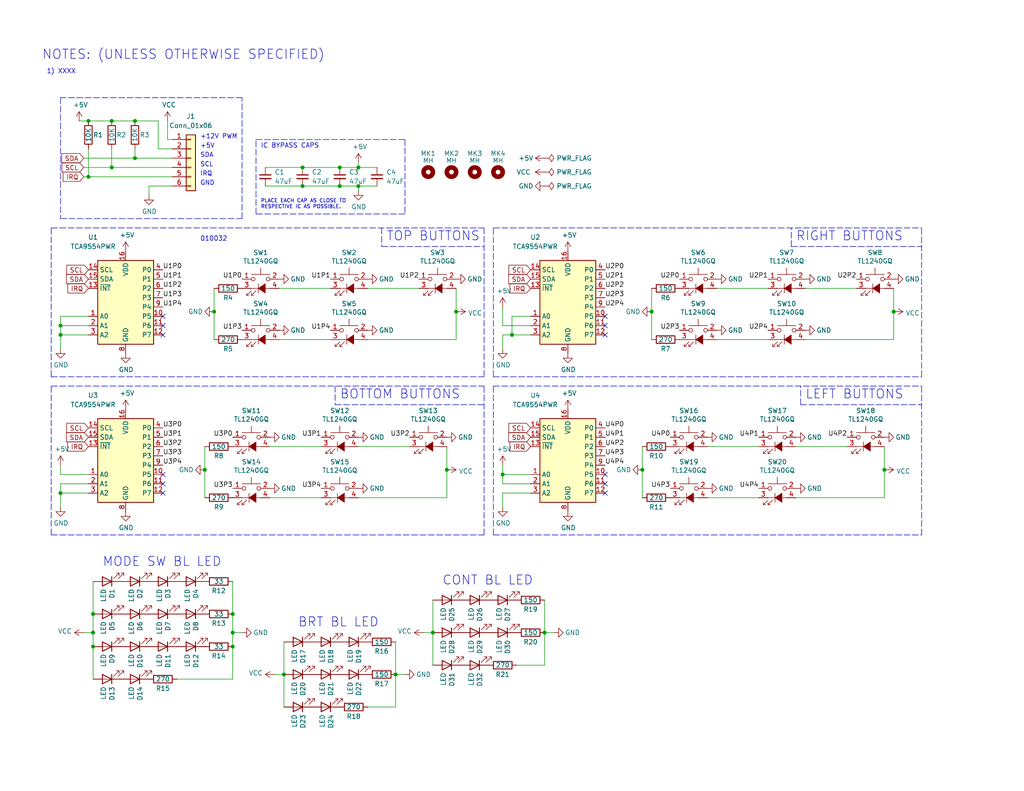
<source format=kicad_sch>
(kicad_sch (version 20211123) (generator eeschema)
  (paper "A")
  (title_block (title "DDI Button Board") (date "2020-11-13") (rev "1") (company "OPENHORNET.COM") (comment 1 "CC BY-NC-SA"))
  (junction (at 77.47 184.15))
  (junction (at 24.13 48.26))
  (junction (at 36.83 33.02))
  (junction (at 148.59 172.72))
  (junction (at 16.51 88.9))
  (junction (at 241.3 128.27))
  (junction (at 58.42 85.09))
  (junction (at 16.51 134.62))
  (junction (at 121.92 128.27))
  (junction (at 16.51 91.44))
  (junction (at 25.4 167.64))
  (junction (at 124.46 85.09))
  (junction (at 63.5 176.53))
  (junction (at 55.88 128.27))
  (junction (at 177.8 85.09))
  (junction (at 36.83 43.18))
  (junction (at 92.71 50.8))
  (junction (at 137.16 129.54))
  (junction (at 92.71 45.72))
  (junction (at 30.48 33.02))
  (junction (at 25.4 176.53))
  (junction (at 107.95 184.15))
  (junction (at 175.26 128.27))
  (junction (at 139.7 91.44))
  (junction (at 243.84 85.09))
  (junction (at 118.11 172.72))
  (junction (at 82.55 50.8))
  (junction (at 82.55 45.72))
  (junction (at 30.48 45.72))
  (junction (at 25.4 172.72))
  (junction (at 63.5 172.72))
  (junction (at 63.5 167.64))
  (junction (at 24.13 33.02))
  (junction (at 97.79 45.72))
  (junction (at 97.79 50.8))
  (no_connect (at 44.45 88.9))
  (no_connect (at 165.1 132.08))
  (no_connect (at 44.45 129.54))
  (no_connect (at 165.1 88.9))
  (no_connect (at 44.45 86.36))
  (no_connect (at 165.1 129.54))
  (no_connect (at 44.45 134.62))
  (no_connect (at 44.45 132.08))
  (no_connect (at 165.1 86.36))
  (no_connect (at 44.45 91.44))
  (no_connect (at 165.1 134.62))
  (no_connect (at 165.1 91.44))
  (wire (pts (xy 243.84 85.09) (xy 243.84 92.71)))
  (wire (pts (xy 24.13 132.08) (xy 16.51 132.08)))
  (wire (pts (xy 124.46 85.09) (xy 124.46 92.71)))
  (wire (pts (xy 16.51 88.9) (xy 16.51 91.44)))
  (wire (pts (xy 63.5 158.75) (xy 63.5 167.64)))
  (wire (pts (xy 243.84 92.71) (xy 219.71 92.71)))
  (wire (pts (xy 92.71 45.72) (xy 97.79 45.72)))
  (wire (pts (xy 46.99 38.1) (xy 45.72 38.1)))
  (wire (pts (xy 77.47 184.15) (xy 77.47 193.04)))
  (wire (pts (xy 241.3 121.92) (xy 241.3 128.27)))
  (polyline (pts (xy 134.62 105.41) (xy 251.46 105.41)))
  (wire (pts (xy 16.51 134.62) (xy 16.51 138.43)))
  (wire (pts (xy 118.11 163.83) (xy 118.11 172.72)))
  (polyline (pts (xy 13.97 105.41) (xy 132.08 105.41)))
  (polyline (pts (xy 251.46 146.05) (xy 251.46 105.41)))
  (wire (pts (xy 219.71 78.74) (xy 233.68 78.74)))
  (polyline (pts (xy 69.85 58.42) (xy 69.85 38.1)))
  (wire (pts (xy 66.04 172.72) (xy 63.5 172.72)))
  (wire (pts (xy 217.17 121.92) (xy 231.14 121.92)))
  (wire (pts (xy 124.46 92.71) (xy 100.33 92.71)))
  (polyline (pts (xy 66.04 26.67) (xy 16.51 26.67)))
  (polyline (pts (xy 110.49 58.42) (xy 69.85 58.42)))
  (wire (pts (xy 82.55 50.8) (xy 92.71 50.8)))
  (polyline (pts (xy 91.44 110.49) (xy 132.08 110.49)))
  (polyline (pts (xy 69.85 38.1) (xy 110.49 38.1)))
  (wire (pts (xy 144.78 134.62) (xy 137.16 134.62)))
  (wire (pts (xy 24.13 91.44) (xy 16.51 91.44)))
  (polyline (pts (xy 13.97 102.87) (xy 132.08 102.87)))
  (wire (pts (xy 16.51 132.08) (xy 16.51 134.62)))
  (wire (pts (xy 40.64 50.8) (xy 46.99 50.8)))
  (polyline (pts (xy 218.44 110.49) (xy 218.44 105.41)))
  (wire (pts (xy 118.11 172.72) (xy 115.57 172.72)))
  (polyline (pts (xy 16.51 59.69) (xy 66.04 59.69)))
  (wire (pts (xy 243.84 78.74) (xy 243.84 85.09)))
  (wire (pts (xy 25.4 185.42) (xy 25.4 176.53)))
  (wire (pts (xy 25.4 172.72) (xy 22.86 172.72)))
  (wire (pts (xy 24.13 134.62) (xy 16.51 134.62)))
  (wire (pts (xy 121.92 128.27) (xy 121.92 135.89)))
  (polyline (pts (xy 215.9 67.31) (xy 251.46 67.31)))
  (wire (pts (xy 30.48 40.64) (xy 30.48 45.72)))
  (wire (pts (xy 21.59 33.02) (xy 24.13 33.02)))
  (wire (pts (xy 241.3 128.27) (xy 241.3 135.89)))
  (wire (pts (xy 144.78 91.44) (xy 139.7 91.44)))
  (wire (pts (xy 137.16 91.44) (xy 137.16 95.25)))
  (polyline (pts (xy 134.62 102.87) (xy 251.46 102.87)))
  (wire (pts (xy 45.72 33.02) (xy 45.72 38.1)))
  (wire (pts (xy 97.79 121.92) (xy 111.76 121.92)))
  (wire (pts (xy 241.3 135.89) (xy 217.17 135.89)))
  (wire (pts (xy 36.83 33.02) (xy 43.18 33.02)))
  (polyline (pts (xy 104.14 67.31) (xy 132.08 67.31)))
  (polyline (pts (xy 134.62 146.05) (xy 251.46 146.05)))
  (wire (pts (xy 139.7 86.36) (xy 139.7 91.44)))
  (wire (pts (xy 55.88 121.92) (xy 55.88 128.27)))
  (wire (pts (xy 114.3 78.74) (xy 100.33 78.74)))
  (wire (pts (xy 148.59 172.72) (xy 148.59 181.61)))
  (wire (pts (xy 36.83 43.18) (xy 22.86 43.18)))
  (wire (pts (xy 30.48 45.72) (xy 46.99 45.72)))
  (wire (pts (xy 63.5 167.64) (xy 63.5 172.72)))
  (wire (pts (xy 36.83 43.18) (xy 46.99 43.18)))
  (wire (pts (xy 77.47 175.26) (xy 77.47 184.15)))
  (wire (pts (xy 43.18 33.02) (xy 43.18 40.64)))
  (wire (pts (xy 63.5 176.53) (xy 63.5 185.42)))
  (polyline (pts (xy 218.44 110.49) (xy 251.46 110.49)))
  (wire (pts (xy 72.39 50.8) (xy 82.55 50.8)))
  (wire (pts (xy 121.92 121.92) (xy 121.92 128.27)))
  (wire (pts (xy 121.92 135.89) (xy 97.79 135.89)))
  (polyline (pts (xy 110.49 38.1) (xy 110.49 58.42)))
  (polyline (pts (xy 66.04 59.69) (xy 66.04 26.67)))
  (wire (pts (xy 107.95 193.04) (xy 100.33 193.04)))
  (wire (pts (xy 25.4 176.53) (xy 25.4 172.72)))
  (wire (pts (xy 175.26 121.92) (xy 175.26 128.27)))
  (wire (pts (xy 177.8 85.09) (xy 177.8 92.71)))
  (wire (pts (xy 30.48 45.72) (xy 22.86 45.72)))
  (wire (pts (xy 137.16 88.9) (xy 137.16 83.82)))
  (wire (pts (xy 148.59 163.83) (xy 148.59 172.72)))
  (polyline (pts (xy 104.14 62.23) (xy 104.14 67.31)))
  (wire (pts (xy 24.13 48.26) (xy 46.99 48.26)))
  (wire (pts (xy 209.55 92.71) (xy 195.58 92.71)))
  (polyline (pts (xy 132.08 146.05) (xy 132.08 105.41)))
  (polyline (pts (xy 13.97 102.87) (xy 13.97 62.23)))
  (wire (pts (xy 97.79 52.07) (xy 97.79 50.8)))
  (wire (pts (xy 25.4 172.72) (xy 25.4 167.64)))
  (wire (pts (xy 58.42 85.09) (xy 58.42 92.71)))
  (wire (pts (xy 139.7 91.44) (xy 137.16 91.44)))
  (wire (pts (xy 24.13 40.64) (xy 24.13 48.26)))
  (wire (pts (xy 110.49 184.15) (xy 107.95 184.15)))
  (wire (pts (xy 177.8 78.74) (xy 177.8 85.09)))
  (wire (pts (xy 36.83 43.18) (xy 36.83 40.64)))
  (polyline (pts (xy 91.44 105.41) (xy 91.44 110.49)))
  (wire (pts (xy 137.16 132.08) (xy 137.16 129.54)))
  (wire (pts (xy 55.88 128.27) (xy 55.88 135.89)))
  (polyline (pts (xy 132.08 62.23) (xy 132.08 102.87)))
  (wire (pts (xy 40.64 50.8) (xy 40.64 53.34)))
  (wire (pts (xy 16.51 91.44) (xy 16.51 95.25)))
  (wire (pts (xy 124.46 78.74) (xy 124.46 85.09)))
  (polyline (pts (xy 16.51 26.67) (xy 16.51 59.69)))
  (wire (pts (xy 48.26 185.42) (xy 63.5 185.42)))
  (wire (pts (xy 24.13 48.26) (xy 22.86 48.26)))
  (wire (pts (xy 24.13 86.36) (xy 16.51 86.36)))
  (wire (pts (xy 16.51 129.54) (xy 16.51 127)))
  (wire (pts (xy 46.99 40.64) (xy 43.18 40.64)))
  (wire (pts (xy 72.39 45.72) (xy 82.55 45.72)))
  (polyline (pts (xy 251.46 102.87) (xy 251.46 62.23)))
  (polyline (pts (xy 215.9 67.31) (xy 215.9 62.23)))
  (wire (pts (xy 193.04 121.92) (xy 207.01 121.92)))
  (wire (pts (xy 144.78 132.08) (xy 137.16 132.08)))
  (wire (pts (xy 107.95 184.15) (xy 107.95 193.04)))
  (wire (pts (xy 76.2 92.71) (xy 90.17 92.71)))
  (wire (pts (xy 90.17 78.74) (xy 76.2 78.74)))
  (polyline (pts (xy 134.62 102.87) (xy 134.62 62.23)))
  (wire (pts (xy 87.63 135.89) (xy 73.66 135.89)))
  (wire (pts (xy 16.51 86.36) (xy 16.51 88.9)))
  (wire (pts (xy 24.13 33.02) (xy 30.48 33.02)))
  (wire (pts (xy 77.47 184.15) (xy 74.93 184.15)))
  (wire (pts (xy 118.11 172.72) (xy 118.11 181.61)))
  (wire (pts (xy 148.59 181.61) (xy 140.97 181.61)))
  (wire (pts (xy 195.58 78.74) (xy 209.55 78.74)))
  (wire (pts (xy 107.95 175.26) (xy 107.95 184.15)))
  (wire (pts (xy 137.16 134.62) (xy 137.16 138.43)))
  (wire (pts (xy 92.71 50.8) (xy 97.79 50.8)))
  (wire (pts (xy 97.79 44.45) (xy 97.79 45.72)))
  (polyline (pts (xy 13.97 146.05) (xy 13.97 105.41)))
  (wire (pts (xy 137.16 129.54) (xy 137.16 127)))
  (wire (pts (xy 30.48 33.02) (xy 36.83 33.02)))
  (polyline (pts (xy 134.62 146.05) (xy 134.62 105.41)))
  (wire (pts (xy 58.42 78.74) (xy 58.42 85.09)))
  (polyline (pts (xy 134.62 62.23) (xy 251.46 62.23)))
  (wire (pts (xy 82.55 45.72) (xy 92.71 45.72)))
  (wire (pts (xy 144.78 88.9) (xy 137.16 88.9)))
  (wire (pts (xy 144.78 129.54) (xy 137.16 129.54)))
  (wire (pts (xy 175.26 128.27) (xy 175.26 135.89)))
  (wire (pts (xy 25.4 167.64) (xy 25.4 158.75)))
  (wire (pts (xy 144.78 86.36) (xy 139.7 86.36)))
  (wire (pts (xy 207.01 135.89) (xy 193.04 135.89)))
  (wire (pts (xy 63.5 172.72) (xy 63.5 176.53)))
  (wire (pts (xy 151.13 172.72) (xy 148.59 172.72)))
  (polyline (pts (xy 13.97 146.05) (xy 132.08 146.05)))
  (wire (pts (xy 24.13 88.9) (xy 16.51 88.9)))
  (wire (pts (xy 97.79 45.72) (xy 102.87 45.72)))
  (wire (pts (xy 73.66 121.92) (xy 87.63 121.92)))
  (wire (pts (xy 97.79 50.8) (xy 102.87 50.8)))
  (polyline (pts (xy 13.97 62.23) (xy 132.08 62.23)))
  (wire (pts (xy 24.13 129.54) (xy 16.51 129.54)))
  (text "RIGHT BUTTONS" (at 217.17 66.04 0) (effects (font (size 2.4892 2.4892)) (justify left bottom)))
  (text "+5V" (at 54.61 40.64 0) (effects (font (size 1.2446 1.2446)) (justify left bottom)))
  (text "010032" (at 54.61 66.04 0) (effects (font (size 1.27 1.27)) (justify left bottom)))
  (text "SCL" (at 54.61 45.72 0) (effects (font (size 1.2446 1.2446)) (justify left bottom)))
  (text "+12V PWM" (at 54.61 38.1 0) (effects (font (size 1.2446 1.2446)) (justify left bottom)))
  (text "1) XXXX" (at 12.7 20.32 0) (effects (font (size 1.27 1.27)) (justify left bottom)))
  (text "NOTES: (UNLESS OTHERWISE SPECIFIED)" (at 11.43 16.51 0) (effects (font (size 2.54 2.54)) (justify left bottom)))
  (text "BRT BL LED" (at 81.28 171.45 0) (effects (font (size 2.4892 2.4892)) (justify left bottom)))
  (text "TOP BUTTONS" (at 105.41 66.04 0) (effects (font (size 2.4892 2.4892)) (justify left bottom)))
  (text "PLACE EACH CAP AS CLOSE TO \nRESPECTIVE IC AS POSSIBLE." (at 71.12 57.15 0) (effects (font (size 0.9906 0.9906)) (justify left bottom)))
  (text "IC BYPASS CAPS" (at 71.12 40.64 0) (effects (font (size 1.27 1.27)) (justify left bottom)))
  (text "BOTTOM BUTTONS" (at 92.71 109.22 0) (effects (font (size 2.4892 2.4892)) (justify left bottom)))
  (text "SDA" (at 54.61 43.18 0) (effects (font (size 1.2446 1.2446)) (justify left bottom)))
  (text "IRQ" (at 54.61 48.26 0) (effects (font (size 1.2446 1.2446)) (justify left bottom)))
  (text "LEFT BUTTONS" (at 219.71 109.22 0) (effects (font (size 2.4892 2.4892)) (justify left bottom)))
  (text "CONT BL LED" (at 120.65 160.02 0) (effects (font (size 2.4892 2.4892)) (justify left bottom)))
  (text "MODE SW BL LED" (at 27.94 154.94 0) (effects (font (size 2.4892 2.4892)) (justify left bottom)))
  (text "GND" (at 54.61 50.8 0) (effects (font (size 1.2446 1.2446)) (justify left bottom)))
  (label "U4P4" (at 165.1 127 0))
  (label "U4P4" (at 207.01 133.35 180))
  (label "U3P0" (at 63.5 119.38 180))
  (label "U4P1" (at 165.1 119.38 0))
  (label "U4P3" (at 182.88 133.35 180))
  (label "U3P2" (at 111.76 119.38 180))
  (label "U4P1" (at 207.01 119.38 180))
  (label "U1P4" (at 44.45 83.82 0))
  (label "U2P1" (at 165.1 76.2 0))
  (label "U3P3" (at 63.5 133.35 180))
  (label "U3P0" (at 44.45 116.84 0))
  (label "U1P4" (at 90.17 90.17 180))
  (label "U2P3" (at 185.42 90.17 180))
  (label "U1P2" (at 114.3 76.2 180))
  (label "U2P0" (at 165.1 73.66 0))
  (label "U1P0" (at 44.45 73.66 0))
  (label "U3P4" (at 87.63 133.35 180))
  (label "U4P2" (at 231.14 119.38 180))
  (label "U4P2" (at 165.1 121.92 0))
  (label "U3P2" (at 44.45 121.92 0))
  (label "U3P3" (at 44.45 124.46 0))
  (label "U3P4" (at 44.45 127 0))
  (label "U4P3" (at 165.1 124.46 0))
  (label "U2P3" (at 165.1 81.28 0))
  (label "U4P0" (at 165.1 116.84 0))
  (label "U3P1" (at 44.45 119.38 0))
  (label "U2P4" (at 209.55 90.17 180))
  (label "U2P2" (at 233.68 76.2 180))
  (label "U1P1" (at 90.17 76.2 180))
  (label "U2P0" (at 185.42 76.2 180))
  (label "U1P3" (at 44.45 81.28 0))
  (label "U1P0" (at 66.04 76.2 180))
  (label "U4P0" (at 182.88 119.38 180))
  (label "U2P1" (at 209.55 76.2 180))
  (label "U2P4" (at 165.1 83.82 0))
  (label "U1P1" (at 44.45 76.2 0))
  (label "U2P2" (at 165.1 78.74 0))
  (label "U3P1" (at 87.63 119.38 180))
  (label "U1P3" (at 66.04 90.17 180))
  (label "U1P2" (at 44.45 78.74 0))
  (global_label "IRQ" (shape input) (at 144.78 78.74 180) (property "Intersheet References" "${INTERSHEET_REFS}" (effects hide)))
  (global_label "SCL" (shape input) (at 24.13 116.84 180) (property "Intersheet References" "${INTERSHEET_REFS}" (effects hide)))
  (global_label "IRQ" (shape input) (at 24.13 121.92 180) (property "Intersheet References" "${INTERSHEET_REFS}" (effects hide)))
  (global_label "SDA" (shape input) (at 22.86 43.18 180) (property "Intersheet References" "${INTERSHEET_REFS}" (effects hide)))
  (global_label "IRQ" (shape input) (at 24.13 78.74 180) (property "Intersheet References" "${INTERSHEET_REFS}" (effects hide)))
  (global_label "SCL" (shape input) (at 24.13 73.66 180) (property "Intersheet References" "${INTERSHEET_REFS}" (effects hide)))
  (global_label "SCL" (shape input) (at 144.78 116.84 180) (property "Intersheet References" "${INTERSHEET_REFS}" (effects hide)))
  (global_label "IRQ" (shape input) (at 22.86 48.26 180) (property "Intersheet References" "${INTERSHEET_REFS}" (effects hide)))
  (global_label "SCL" (shape input) (at 144.78 73.66 180) (property "Intersheet References" "${INTERSHEET_REFS}" (effects hide)))
  (global_label "SDA" (shape input) (at 24.13 119.38 180) (property "Intersheet References" "${INTERSHEET_REFS}" (effects hide)))
  (global_label "SDA" (shape input) (at 144.78 76.2 180) (property "Intersheet References" "${INTERSHEET_REFS}" (effects hide)))
  (global_label "SCL" (shape input) (at 22.86 45.72 180) (property "Intersheet References" "${INTERSHEET_REFS}" (effects hide)))
  (global_label "IRQ" (shape input) (at 144.78 121.92 180) (property "Intersheet References" "${INTERSHEET_REFS}" (effects hide)))
  (global_label "SDA" (shape input) (at 144.78 119.38 180) (property "Intersheet References" "${INTERSHEET_REFS}" (effects hide)))
  (global_label "SDA" (shape input) (at 24.13 76.2 180) (property "Intersheet References" "${INTERSHEET_REFS}" (effects hide)))
  (symbol (lib_id "Mechanical:MountingHole") (at 116.84 46.99 0) (unit 1)
    (property "Reference" "MK1" (at 116.84 41.91 0))
    (property "Value" "MH" (at 116.84 43.815 0))
    (property "Footprint" "MountingHole:MountingHole_4.3mm_M4" (effects hide))
  )
  (symbol (lib_id "Mechanical:MountingHole") (at 123.19 46.99 0) (unit 1)
    (property "Reference" "MK2" (at 123.19 41.91 0))
    (property "Value" "MH" (at 123.19 43.815 0))
    (property "Footprint" "MountingHole:MountingHole_4.3mm_M4" (effects hide))
  )
  (symbol (lib_id "Mechanical:MountingHole") (at 129.54 46.99 0) (unit 1)
    (property "Reference" "MK3" (at 129.54 41.91 0))
    (property "Value" "MH" (at 129.54 43.815 0))
    (property "Footprint" "MountingHole:MountingHole_4.3mm_M4" (effects hide))
  )
  (symbol (lib_id "Mechanical:MountingHole") (at 135.89 46.99 0) (unit 1)
    (property "Reference" "MK4" (at 135.89 41.91 0))
    (property "Value" "MH" (at 135.89 43.815 0))
    (property "Footprint" "MountingHole:MountingHole_4.3mm_M4" (effects hide))
  )
  (symbol (lib_id "Interface_Expansion:TCA9554PW") (at 34.29 81.28 0) (unit 1)
    (property "Reference" "U1" (at 25.4 64.77 0))
    (property "Value" "TCA9554PWR" (at 25.4 67.31 0))
    (property "Footprint" "Package_SO:TSSOP-16_4.4x5mm_P0.65mm" (effects hide))
    (property "Datasheet" "https://datasheet.lcsc.com/szlcsc/2001050532_Texas-Instruments-TCA9554PWR_C477924.pdf" (effects hide))
    (property "LCSC" "C477924" (effects hide))
  )
  (symbol (lib_id "power:GND") (at 34.29 96.52 0) (unit 1)
    (property "Reference" "#PWR015" (effects hide))
    (property "Value" "GND" (at 34.417 100.9142 0))
  )
  (symbol (lib_id "power:+5V") (at 34.29 68.58 0) (unit 1)
    (property "Reference" "#PWR06" (effects hide))
    (property "Value" "+5V" (at 34.671 64.1858 0))
  )
  (symbol (lib_id "power:GND") (at 16.51 95.25 0) (unit 1)
    (property "Reference" "#PWR014" (effects hide))
    (property "Value" "GND" (at 16.637 99.6442 0))
  )
  (symbol (lib_id "power:GND") (at 154.94 96.52 0) (unit 1)
    (property "Reference" "#PWR026" (effects hide))
    (property "Value" "GND" (at 155.067 100.9142 0))
  )
  (symbol (lib_id "power:+5V") (at 154.94 68.58 0) (unit 1)
    (property "Reference" "#PWR016" (effects hide))
    (property "Value" "+5V" (at 155.321 64.1858 0))
  )
  (symbol (lib_id "power:+5V") (at 137.16 83.82 0) (unit 1)
    (property "Reference" "#PWR020" (effects hide))
    (property "Value" "+5V" (at 137.541 79.4258 0))
  )
  (symbol (lib_id "power:GND") (at 137.16 95.25 0) (unit 1)
    (property "Reference" "#PWR025" (effects hide))
    (property "Value" "GND" (at 137.287 99.6442 0))
  )
  (symbol (lib_id "power:GND") (at 34.29 139.7 0) (unit 1)
    (property "Reference" "#PWR037" (effects hide))
    (property "Value" "GND" (at 34.417 144.0942 0))
  )
  (symbol (lib_id "power:+5V") (at 34.29 111.76 0) (unit 1)
    (property "Reference" "#PWR027" (effects hide))
    (property "Value" "+5V" (at 34.671 107.3658 0))
  )
  (symbol (lib_id "power:+5V") (at 16.51 127 0) (unit 1)
    (property "Reference" "#PWR031" (effects hide))
    (property "Value" "+5V" (at 16.891 122.6058 0))
  )
  (symbol (lib_id "power:GND") (at 16.51 138.43 0) (unit 1)
    (property "Reference" "#PWR036" (effects hide))
    (property "Value" "GND" (at 16.637 142.8242 0))
  )
  (symbol (lib_id "power:GND") (at 154.94 139.7 0) (unit 1)
    (property "Reference" "#PWR048" (effects hide))
    (property "Value" "GND" (at 155.067 144.0942 0))
  )
  (symbol (lib_id "power:+5V") (at 154.94 111.76 0) (unit 1)
    (property "Reference" "#PWR038" (effects hide))
    (property "Value" "+5V" (at 155.321 107.3658 0))
  )
  (symbol (lib_id "power:+5V") (at 137.16 127 0) (unit 1)
    (property "Reference" "#PWR042" (effects hide))
    (property "Value" "+5V" (at 137.541 122.6058 0))
  )
  (symbol (lib_id "power:GND") (at 137.16 138.43 0) (unit 1)
    (property "Reference" "#PWR047" (effects hide))
    (property "Value" "GND" (at 137.287 142.8242 0))
  )
  (symbol (lib_id "Device:C_Small") (at 72.39 48.26 0) (unit 1)
    (property "Reference" "C1" (at 74.93 46.99 0) (effects (justify left)))
    (property "Value" "47uF" (at 74.93 49.53 0) (effects (justify left)))
    (property "Footprint" "Capacitor_SMD:C_1206_3216Metric" (effects hide))
    (property "Datasheet" "https://datasheet.lcsc.com/szlcsc/Samsung-Electro-Mechanics-CL31A476MPHNNNE_C96123.pdf" (effects hide))
    (property "PN" "CL31A476MPHNNNE" (effects hide))
    (property "LCSC" "C96123" (effects hide))
  )
  (symbol (lib_id "Interface_Expansion:TCA9554PW") (at 154.94 81.28 0) (unit 1)
    (property "Reference" "U2" (at 146.05 64.77 0))
    (property "Value" "TCA9554PWR" (at 146.05 67.31 0))
    (property "Footprint" "Package_SO:TSSOP-16_4.4x5mm_P0.65mm" (effects hide))
    (property "Datasheet" "https://datasheet.lcsc.com/szlcsc/2001050532_Texas-Instruments-TCA9554PWR_C477924.pdf" (effects hide))
    (property "LCSC" "C477924" (effects hide))
  )
  (symbol (lib_id "Interface_Expansion:TCA9554PW") (at 154.94 124.46 0) (unit 1)
    (property "Reference" "U4" (at 146.05 107.95 0))
    (property "Value" "TCA9554PWR" (at 146.05 110.49 0))
    (property "Footprint" "Package_SO:TSSOP-16_4.4x5mm_P0.65mm" (effects hide))
    (property "Datasheet" "https://datasheet.lcsc.com/szlcsc/2001050532_Texas-Instruments-TCA9554PWR_C477924.pdf" (effects hide))
    (property "LCSC" "C477924" (effects hide))
  )
  (symbol (lib_id "Interface_Expansion:TCA9554PW") (at 34.29 124.46 0) (unit 1)
    (property "Reference" "U3" (at 25.4 107.95 0))
    (property "Value" "TCA9554PWR" (at 25.4 110.49 0))
    (property "Footprint" "Package_SO:TSSOP-16_4.4x5mm_P0.65mm" (effects hide))
    (property "Datasheet" "https://datasheet.lcsc.com/szlcsc/2001050532_Texas-Instruments-TCA9554PWR_C477924.pdf" (effects hide))
    (property "LCSC" "C477924" (effects hide))
  )
  (symbol (lib_id "power:GND") (at 97.79 52.07 0) (unit 1)
    (property "Reference" "#PWR04" (effects hide))
    (property "Value" "GND" (at 97.917 56.4642 0))
  )
  (symbol (lib_id "power:+5V") (at 97.79 44.45 0) (unit 1)
    (property "Reference" "#PWR03" (effects hide))
    (property "Value" "+5V" (at 98.171 40.0558 0))
  )
  (symbol (lib_id "Switch:SW_Push_LED") (at 71.12 78.74 0) (unit 1)
    (property "Reference" "SW1" (at 71.12 68.961 0))
    (property "Value" "TL1240GQ" (at 71.12 71.2724 0))
    (property "Footprint" "KiCAD Libraries:TL1240GQ" (effects hide))
    (property "Datasheet" "http://spec_sheets.e-switch.com/specs/P010362.pdf" (effects hide))
    (property "PN" "TL1240GQ" (effects hide))
    (property "ALT PN" "LS601-CG" (effects hide))
    (property "ALT Datasheet" "https://www.alibaba.com/product-detail/6mm-momentary-dip-6x6-illuminated-tact_60755685240.html?spm=a2700.wholesale.deiletai6.3.3615ec45cdCdkr" (effects hide))
  )
  (symbol (lib_id "Switch:SW_Push_LED") (at 95.25 78.74 0) (unit 1)
    (property "Reference" "SW2" (at 95.25 68.961 0))
    (property "Value" "TL1240GQ" (at 95.25 71.2724 0))
    (property "Footprint" "KiCAD Libraries:TL1240GQ" (effects hide))
    (property "Datasheet" "http://spec_sheets.e-switch.com/specs/P010362.pdf" (effects hide))
    (property "PN" "TL1240GQ" (effects hide))
    (property "ALT PN" "LS601-CG" (effects hide))
    (property "ALT Datasheet" "https://www.alibaba.com/product-detail/6mm-momentary-dip-6x6-illuminated-tact_60755685240.html?spm=a2700.wholesale.deiletai6.3.3615ec45cdCdkr" (effects hide))
  )
  (symbol (lib_id "Switch:SW_Push_LED") (at 119.38 78.74 0) (unit 1)
    (property "Reference" "SW3" (at 119.38 68.961 0))
    (property "Value" "TL1240GQ" (at 119.38 71.2724 0))
    (property "Footprint" "KiCAD Libraries:TL1240GQ" (effects hide))
    (property "Datasheet" "http://spec_sheets.e-switch.com/specs/P010362.pdf" (effects hide))
    (property "PN" "TL1240GQ" (effects hide))
    (property "ALT PN" "LS601-CG" (effects hide))
    (property "ALT Datasheet" "https://www.alibaba.com/product-detail/6mm-momentary-dip-6x6-illuminated-tact_60755685240.html?spm=a2700.wholesale.deiletai6.3.3615ec45cdCdkr" (effects hide))
  )
  (symbol (lib_id "Switch:SW_Push_LED") (at 71.12 92.71 0) (unit 1)
    (property "Reference" "SW4" (at 71.12 82.931 0))
    (property "Value" "TL1240GQ" (at 71.12 85.2424 0))
    (property "Footprint" "KiCAD Libraries:TL1240GQ" (effects hide))
    (property "Datasheet" "http://spec_sheets.e-switch.com/specs/P010362.pdf" (effects hide))
    (property "PN" "TL1240GQ" (effects hide))
    (property "ALT PN" "LS601-CG" (effects hide))
    (property "ALT Datasheet" "https://www.alibaba.com/product-detail/6mm-momentary-dip-6x6-illuminated-tact_60755685240.html?spm=a2700.wholesale.deiletai6.3.3615ec45cdCdkr" (effects hide))
  )
  (symbol (lib_id "power:GND") (at 76.2 76.2 90) (unit 1)
    (property "Reference" "#PWR07" (effects hide))
    (property "Value" "GND" (at 81.28 76.2 90))
  )
  (symbol (lib_id "power:GND") (at 100.33 76.2 90) (unit 1)
    (property "Reference" "#PWR08" (effects hide))
    (property "Value" "GND" (at 105.41 76.2 90))
  )
  (symbol (lib_id "power:GND") (at 124.46 76.2 90) (unit 1)
    (property "Reference" "#PWR09" (effects hide))
    (property "Value" "GND" (at 129.54 76.2 90))
  )
  (symbol (lib_id "power:GND") (at 76.2 90.17 90) (unit 1)
    (property "Reference" "#PWR012" (effects hide))
    (property "Value" "GND" (at 81.28 90.17 90))
  )
  (symbol (lib_id "Switch:SW_Push_LED") (at 95.25 92.71 0) (unit 1)
    (property "Reference" "SW5" (at 95.25 82.931 0))
    (property "Value" "TL1240GQ" (at 95.25 85.2424 0))
    (property "Footprint" "KiCAD Libraries:TL1240GQ" (effects hide))
    (property "Datasheet" "http://spec_sheets.e-switch.com/specs/P010362.pdf" (effects hide))
    (property "PN" "TL1240GQ" (effects hide))
    (property "ALT PN" "LS601-CG" (effects hide))
    (property "ALT Datasheet" "https://www.alibaba.com/product-detail/6mm-momentary-dip-6x6-illuminated-tact_60755685240.html?spm=a2700.wholesale.deiletai6.3.3615ec45cdCdkr" (effects hide))
  )
  (symbol (lib_id "power:GND") (at 100.33 90.17 90) (unit 1)
    (property "Reference" "#PWR013" (effects hide))
    (property "Value" "GND" (at 105.41 90.17 90))
  )
  (symbol (lib_id "power:VCC") (at 124.46 85.09 270) (unit 1)
    (property "Reference" "#PWR011" (effects hide))
    (property "Value" "VCC" (at 127.7112 85.471 90) (effects (justify left)))
  )
  (symbol (lib_id "Device:R") (at 62.23 78.74 90) (unit 1)
    (property "Reference" "R4" (at 62.23 81.28 90))
    (property "Value" "150" (at 62.23 78.74 90))
    (property "Footprint" "Resistor_SMD:R_0402_1005Metric" (effects hide))
    (property "Datasheet" "https://datasheet.lcsc.com/szlcsc/Uniroyal-Elec-0402WGF1500TCE_C25082.pdf" (effects hide))
    (property "LCSC" "C25082" (effects hide))
  )
  (symbol (lib_id "Device:R") (at 62.23 92.71 90) (unit 1)
    (property "Reference" "R5" (at 62.23 95.25 90))
    (property "Value" "270" (at 62.23 92.71 90))
    (property "Footprint" "Resistor_SMD:R_0402_1005Metric" (effects hide))
    (property "Datasheet" "https://datasheet.lcsc.com/szlcsc/Uniroyal-Elec-0402WGF2700TCE_C25099.pdf" (effects hide))
    (property "LCSC" "C25099" (effects hide))
  )
  (symbol (lib_id "power:GND") (at 177.8 85.09 270) (unit 1)
    (property "Reference" "#PWR021" (effects hide))
    (property "Value" "GND" (at 172.72 85.09 90))
  )
  (symbol (lib_id "Device:R") (at 181.61 78.74 90) (unit 1)
    (property "Reference" "R6" (at 181.61 81.28 90))
    (property "Value" "150" (at 181.61 78.74 90))
    (property "Footprint" "Resistor_SMD:R_0402_1005Metric" (effects hide))
    (property "Datasheet" "https://datasheet.lcsc.com/szlcsc/Uniroyal-Elec-0402WGF1500TCE_C25082.pdf" (effects hide))
    (property "LCSC" "C25082" (effects hide))
  )
  (symbol (lib_id "Device:R") (at 181.61 92.71 90) (unit 1)
    (property "Reference" "R7" (at 181.61 95.25 90))
    (property "Value" "270" (at 181.61 92.71 90))
    (property "Footprint" "Resistor_SMD:R_0402_1005Metric" (effects hide))
    (property "Datasheet" "https://datasheet.lcsc.com/szlcsc/Uniroyal-Elec-0402WGF2700TCE_C25099.pdf" (effects hide))
    (property "LCSC" "C25099" (effects hide))
  )
  (symbol (lib_id "power:VCC") (at 243.84 85.09 270) (unit 1)
    (property "Reference" "#PWR022" (effects hide))
    (property "Value" "VCC" (at 247.0912 85.471 90) (effects (justify left)))
  )
  (symbol (lib_id "power:GND") (at 55.88 128.27 270) (unit 1)
    (property "Reference" "#PWR032" (effects hide))
    (property "Value" "GND" (at 50.8 128.27 90))
  )
  (symbol (lib_id "Device:R") (at 59.69 121.92 90) (unit 1)
    (property "Reference" "R8" (at 59.69 124.46 90))
    (property "Value" "150" (at 59.69 121.92 90))
    (property "Footprint" "Resistor_SMD:R_0402_1005Metric" (effects hide))
    (property "Datasheet" "https://datasheet.lcsc.com/szlcsc/Uniroyal-Elec-0402WGF1500TCE_C25082.pdf" (effects hide))
    (property "LCSC" "C25082" (effects hide))
  )
  (symbol (lib_id "Device:R") (at 59.69 135.89 90) (unit 1)
    (property "Reference" "R9" (at 59.69 138.43 90))
    (property "Value" "270" (at 59.69 135.89 90))
    (property "Footprint" "Resistor_SMD:R_0402_1005Metric" (effects hide))
    (property "Datasheet" "https://datasheet.lcsc.com/szlcsc/Uniroyal-Elec-0402WGF2700TCE_C25099.pdf" (effects hide))
    (property "LCSC" "C25099" (effects hide))
  )
  (symbol (lib_id "power:VCC") (at 121.92 128.27 270) (unit 1)
    (property "Reference" "#PWR033" (effects hide))
    (property "Value" "VCC" (at 125.1712 128.651 90) (effects (justify left)))
  )
  (symbol (lib_id "power:VCC") (at 241.3 128.27 270) (unit 1)
    (property "Reference" "#PWR044" (effects hide))
    (property "Value" "VCC" (at 244.5512 128.651 90) (effects (justify left)))
  )
  (symbol (lib_id "power:GND") (at 175.26 128.27 270) (unit 1)
    (property "Reference" "#PWR043" (effects hide))
    (property "Value" "GND" (at 170.18 128.27 90))
  )
  (symbol (lib_id "Device:R") (at 179.07 121.92 90) (unit 1)
    (property "Reference" "R10" (at 179.07 124.46 90))
    (property "Value" "150" (at 179.07 121.92 90))
    (property "Footprint" "Resistor_SMD:R_0402_1005Metric" (effects hide))
    (property "Datasheet" "https://datasheet.lcsc.com/szlcsc/Uniroyal-Elec-0402WGF1500TCE_C25082.pdf" (effects hide))
    (property "LCSC" "C25082" (effects hide))
  )
  (symbol (lib_id "Device:R") (at 179.07 135.89 90) (unit 1)
    (property "Reference" "R11" (at 179.07 138.43 90))
    (property "Value" "270" (at 179.07 135.89 90))
    (property "Footprint" "Resistor_SMD:R_0402_1005Metric" (effects hide))
    (property "Datasheet" "https://datasheet.lcsc.com/szlcsc/Uniroyal-Elec-0402WGF2700TCE_C25099.pdf" (effects hide))
    (property "LCSC" "C25099" (effects hide))
  )
  (symbol (lib_id "Device:LED") (at 81.28 175.26 180) (unit 1)
    (property "Reference" "D17" (at 82.6262 177.2412 90) (effects (justify left)))
    (property "Value" "LED" (at 80.3148 177.2412 90) (effects (justify left)))
    (property "Footprint" "LED_SMD:LED_0402_1005Metric" (effects hide))
    (property "Datasheet" "https://datasheet.lcsc.com/szlcsc/Foshan-NationStar-Optoelectronics-FC-F1005UGK-520M5_C130723.pdf" (effects hide))
    (property "LCSC" "C130723" (effects hide))
    (property "PN" "FC-F1005UGK-520M5" (effects hide))
  )
  (symbol (lib_id "Device:LED") (at 88.9 175.26 180) (unit 1)
    (property "Reference" "D18" (at 90.2462 177.2412 90) (effects (justify left)))
    (property "Value" "LED" (at 87.9348 177.2412 90) (effects (justify left)))
    (property "Footprint" "LED_SMD:LED_0402_1005Metric" (effects hide))
    (property "Datasheet" "https://datasheet.lcsc.com/szlcsc/Foshan-NationStar-Optoelectronics-FC-F1005UGK-520M5_C130723.pdf" (effects hide))
    (property "LCSC" "C130723" (effects hide))
    (property "PN" "FC-F1005UGK-520M5" (effects hide))
  )
  (symbol (lib_id "Device:LED") (at 96.52 175.26 180) (unit 1)
    (property "Reference" "D19" (at 97.8662 177.2412 90) (effects (justify left)))
    (property "Value" "LED" (at 95.5548 177.2412 90) (effects (justify left)))
    (property "Footprint" "LED_SMD:LED_0402_1005Metric" (effects hide))
    (property "Datasheet" "https://datasheet.lcsc.com/szlcsc/Foshan-NationStar-Optoelectronics-FC-F1005UGK-520M5_C130723.pdf" (effects hide))
    (property "LCSC" "C130723" (effects hide))
    (property "PN" "FC-F1005UGK-520M5" (effects hide))
  )
  (symbol (lib_id "Device:R") (at 104.14 175.26 90) (unit 1)
    (property "Reference" "R16" (at 104.14 177.8 90))
    (property "Value" "150" (at 104.14 175.26 90))
    (property "Footprint" "Resistor_SMD:R_0402_1005Metric" (effects hide))
    (property "Datasheet" "https://datasheet.lcsc.com/szlcsc/Uniroyal-Elec-0402WGF1500TCE_C25082.pdf" (effects hide))
    (property "LCSC" "C25082" (effects hide))
  )
  (symbol (lib_id "Device:LED") (at 81.28 184.15 180) (unit 1)
    (property "Reference" "D20" (at 82.6262 186.1312 90) (effects (justify left)))
    (property "Value" "LED" (at 80.3148 186.1312 90) (effects (justify left)))
    (property "Footprint" "LED_SMD:LED_0402_1005Metric" (effects hide))
    (property "Datasheet" "https://datasheet.lcsc.com/szlcsc/Foshan-NationStar-Optoelectronics-FC-F1005UGK-520M5_C130723.pdf" (effects hide))
    (property "LCSC" "C130723" (effects hide))
    (property "PN" "FC-F1005UGK-520M5" (effects hide))
  )
  (symbol (lib_id "Device:LED") (at 88.9 184.15 180) (unit 1)
    (property "Reference" "D21" (at 90.2462 186.1312 90) (effects (justify left)))
    (property "Value" "LED" (at 87.9348 186.1312 90) (effects (justify left)))
    (property "Footprint" "LED_SMD:LED_0402_1005Metric" (effects hide))
    (property "Datasheet" "https://datasheet.lcsc.com/szlcsc/Foshan-NationStar-Optoelectronics-FC-F1005UGK-520M5_C130723.pdf" (effects hide))
    (property "LCSC" "C130723" (effects hide))
    (property "PN" "FC-F1005UGK-520M5" (effects hide))
  )
  (symbol (lib_id "Device:LED") (at 96.52 184.15 180) (unit 1)
    (property "Reference" "D22" (at 97.8662 186.1312 90) (effects (justify left)))
    (property "Value" "LED" (at 95.5548 186.1312 90) (effects (justify left)))
    (property "Footprint" "LED_SMD:LED_0402_1005Metric" (effects hide))
    (property "Datasheet" "https://datasheet.lcsc.com/szlcsc/Foshan-NationStar-Optoelectronics-FC-F1005UGK-520M5_C130723.pdf" (effects hide))
    (property "LCSC" "C130723" (effects hide))
    (property "PN" "FC-F1005UGK-520M5" (effects hide))
  )
  (symbol (lib_id "Device:R") (at 104.14 184.15 90) (unit 1)
    (property "Reference" "R17" (at 104.14 186.69 90))
    (property "Value" "150" (at 104.14 184.15 90))
    (property "Footprint" "Resistor_SMD:R_0402_1005Metric" (effects hide))
    (property "Datasheet" "https://datasheet.lcsc.com/szlcsc/Uniroyal-Elec-0402WGF1500TCE_C25082.pdf" (effects hide))
    (property "LCSC" "C25082" (effects hide))
  )
  (symbol (lib_id "Device:LED") (at 81.28 193.04 180) (unit 1)
    (property "Reference" "D23" (at 82.6262 195.0212 90) (effects (justify left)))
    (property "Value" "LED" (at 80.3148 195.0212 90) (effects (justify left)))
    (property "Footprint" "LED_SMD:LED_0402_1005Metric" (effects hide))
    (property "Datasheet" "https://datasheet.lcsc.com/szlcsc/Foshan-NationStar-Optoelectronics-FC-F1005UGK-520M5_C130723.pdf" (effects hide))
    (property "LCSC" "C130723" (effects hide))
    (property "PN" "FC-F1005UGK-520M5" (effects hide))
  )
  (symbol (lib_id "Device:LED") (at 88.9 193.04 180) (unit 1)
    (property "Reference" "D24" (at 90.2462 195.0212 90) (effects (justify left)))
    (property "Value" "LED" (at 87.9348 195.0212 90) (effects (justify left)))
    (property "Footprint" "LED_SMD:LED_0402_1005Metric" (effects hide))
    (property "Datasheet" "https://datasheet.lcsc.com/szlcsc/Foshan-NationStar-Optoelectronics-FC-F1005UGK-520M5_C130723.pdf" (effects hide))
    (property "LCSC" "C130723" (effects hide))
    (property "PN" "FC-F1005UGK-520M5" (effects hide))
  )
  (symbol (lib_id "Device:R") (at 96.52 193.04 90) (unit 1)
    (property "Reference" "R18" (at 96.52 195.58 90))
    (property "Value" "270" (at 96.52 193.04 90))
    (property "Footprint" "Resistor_SMD:R_0402_1005Metric" (effects hide))
    (property "Datasheet" "https://datasheet.lcsc.com/szlcsc/Uniroyal-Elec-0402WGF2700TCE_C25099.pdf" (effects hide))
    (property "LCSC" "C25099" (effects hide))
  )
  (symbol (lib_id "power:GND") (at 110.49 184.15 90) (unit 1)
    (property "Reference" "#PWR052" (effects hide))
    (property "Value" "GND" (at 115.57 184.15 90))
  )
  (symbol (lib_id "power:VCC") (at 74.93 184.15 90) (unit 1)
    (property "Reference" "#PWR051" (effects hide))
    (property "Value" "VCC" (at 71.7042 183.769 90) (effects (justify left)))
  )
  (symbol (lib_id "Device:LED") (at 121.92 163.83 180) (unit 1)
    (property "Reference" "D25" (at 123.2662 165.8112 90) (effects (justify left)))
    (property "Value" "LED" (at 120.9548 165.8112 90) (effects (justify left)))
    (property "Footprint" "LED_SMD:LED_0402_1005Metric" (effects hide))
    (property "Datasheet" "https://datasheet.lcsc.com/szlcsc/Foshan-NationStar-Optoelectronics-FC-F1005UGK-520M5_C130723.pdf" (effects hide))
    (property "LCSC" "C130723" (effects hide))
    (property "PN" "FC-F1005UGK-520M5" (effects hide))
  )
  (symbol (lib_id "Device:LED") (at 129.54 163.83 180) (unit 1)
    (property "Reference" "D26" (at 130.8862 165.8112 90) (effects (justify left)))
    (property "Value" "LED" (at 128.5748 165.8112 90) (effects (justify left)))
    (property "Footprint" "LED_SMD:LED_0402_1005Metric" (effects hide))
    (property "Datasheet" "https://datasheet.lcsc.com/szlcsc/Foshan-NationStar-Optoelectronics-FC-F1005UGK-520M5_C130723.pdf" (effects hide))
    (property "LCSC" "C130723" (effects hide))
    (property "PN" "FC-F1005UGK-520M5" (effects hide))
  )
  (symbol (lib_id "Device:LED") (at 137.16 163.83 180) (unit 1)
    (property "Reference" "D27" (at 138.5062 165.8112 90) (effects (justify left)))
    (property "Value" "LED" (at 136.1948 165.8112 90) (effects (justify left)))
    (property "Footprint" "LED_SMD:LED_0402_1005Metric" (effects hide))
    (property "Datasheet" "https://datasheet.lcsc.com/szlcsc/Foshan-NationStar-Optoelectronics-FC-F1005UGK-520M5_C130723.pdf" (effects hide))
    (property "LCSC" "C130723" (effects hide))
    (property "PN" "FC-F1005UGK-520M5" (effects hide))
  )
  (symbol (lib_id "Device:R") (at 144.78 163.83 90) (unit 1)
    (property "Reference" "R19" (at 144.78 166.37 90))
    (property "Value" "150" (at 144.78 163.83 90))
    (property "Footprint" "Resistor_SMD:R_0402_1005Metric" (effects hide))
    (property "Datasheet" "https://datasheet.lcsc.com/szlcsc/Uniroyal-Elec-0402WGF1500TCE_C25082.pdf" (effects hide))
    (property "LCSC" "C25082" (effects hide))
  )
  (symbol (lib_id "Device:LED") (at 121.92 172.72 180) (unit 1)
    (property "Reference" "D28" (at 123.2662 174.7012 90) (effects (justify left)))
    (property "Value" "LED" (at 120.9548 174.7012 90) (effects (justify left)))
    (property "Footprint" "LED_SMD:LED_0402_1005Metric" (effects hide))
    (property "Datasheet" "https://datasheet.lcsc.com/szlcsc/Foshan-NationStar-Optoelectronics-FC-F1005UGK-520M5_C130723.pdf" (effects hide))
    (property "LCSC" "C130723" (effects hide))
    (property "PN" "FC-F1005UGK-520M5" (effects hide))
  )
  (symbol (lib_id "Device:LED") (at 129.54 172.72 180) (unit 1)
    (property "Reference" "D29" (at 130.8862 174.7012 90) (effects (justify left)))
    (property "Value" "LED" (at 128.5748 174.7012 90) (effects (justify left)))
    (property "Footprint" "LED_SMD:LED_0402_1005Metric" (effects hide))
    (property "Datasheet" "https://datasheet.lcsc.com/szlcsc/Foshan-NationStar-Optoelectronics-FC-F1005UGK-520M5_C130723.pdf" (effects hide))
    (property "LCSC" "C130723" (effects hide))
    (property "PN" "FC-F1005UGK-520M5" (effects hide))
  )
  (symbol (lib_id "Device:LED") (at 137.16 172.72 180) (unit 1)
    (property "Reference" "D30" (at 138.5062 174.7012 90) (effects (justify left)))
    (property "Value" "LED" (at 136.1948 174.7012 90) (effects (justify left)))
    (property "Footprint" "LED_SMD:LED_0402_1005Metric" (effects hide))
    (property "Datasheet" "https://datasheet.lcsc.com/szlcsc/Foshan-NationStar-Optoelectronics-FC-F1005UGK-520M5_C130723.pdf" (effects hide))
    (property "LCSC" "C130723" (effects hide))
    (property "PN" "FC-F1005UGK-520M5" (effects hide))
  )
  (symbol (lib_id "Device:R") (at 144.78 172.72 90) (unit 1)
    (property "Reference" "R20" (at 144.78 175.26 90))
    (property "Value" "150" (at 144.78 172.72 90))
    (property "Footprint" "Resistor_SMD:R_0402_1005Metric" (effects hide))
    (property "Datasheet" "https://datasheet.lcsc.com/szlcsc/Uniroyal-Elec-0402WGF1500TCE_C25082.pdf" (effects hide))
    (property "LCSC" "C25082" (effects hide))
  )
  (symbol (lib_id "Device:LED") (at 121.92 181.61 180) (unit 1)
    (property "Reference" "D31" (at 123.2662 183.5912 90) (effects (justify left)))
    (property "Value" "LED" (at 120.9548 183.5912 90) (effects (justify left)))
    (property "Footprint" "LED_SMD:LED_0402_1005Metric" (effects hide))
    (property "Datasheet" "https://datasheet.lcsc.com/szlcsc/Foshan-NationStar-Optoelectronics-FC-F1005UGK-520M5_C130723.pdf" (effects hide))
    (property "LCSC" "C130723" (effects hide))
    (property "PN" "FC-F1005UGK-520M5" (effects hide))
  )
  (symbol (lib_id "Device:LED") (at 129.54 181.61 180) (unit 1)
    (property "Reference" "D32" (at 130.8862 183.5912 90) (effects (justify left)))
    (property "Value" "LED" (at 128.5748 183.5912 90) (effects (justify left)))
    (property "Footprint" "LED_SMD:LED_0402_1005Metric" (effects hide))
    (property "Datasheet" "https://datasheet.lcsc.com/szlcsc/Foshan-NationStar-Optoelectronics-FC-F1005UGK-520M5_C130723.pdf" (effects hide))
    (property "LCSC" "C130723" (effects hide))
    (property "PN" "FC-F1005UGK-520M5" (effects hide))
  )
  (symbol (lib_id "Device:R") (at 137.16 181.61 90) (unit 1)
    (property "Reference" "R21" (at 137.16 184.15 90))
    (property "Value" "270" (at 137.16 181.61 90))
    (property "Footprint" "Resistor_SMD:R_0402_1005Metric" (effects hide))
    (property "Datasheet" "https://datasheet.lcsc.com/szlcsc/Uniroyal-Elec-0402WGF2700TCE_C25099.pdf" (effects hide))
    (property "LCSC" "C25099" (effects hide))
  )
  (symbol (lib_id "power:GND") (at 151.13 172.72 90) (unit 1)
    (property "Reference" "#PWR054" (effects hide))
    (property "Value" "GND" (at 156.21 172.72 90))
  )
  (symbol (lib_id "power:VCC") (at 115.57 172.72 90) (unit 1)
    (property "Reference" "#PWR053" (effects hide))
    (property "Value" "VCC" (at 112.3442 172.339 90) (effects (justify left)))
  )
  (symbol (lib_id "Device:LED") (at 29.21 158.75 180) (unit 1)
    (property "Reference" "D1" (at 30.5562 160.7312 90) (effects (justify left)))
    (property "Value" "LED" (at 28.2448 160.7312 90) (effects (justify left)))
    (property "Footprint" "LED_SMD:LED_0402_1005Metric" (effects hide))
    (property "Datasheet" "https://datasheet.lcsc.com/szlcsc/Foshan-NationStar-Optoelectronics-FC-F1005UGK-520M5_C130723.pdf" (effects hide))
    (property "LCSC" "C130723" (effects hide))
    (property "PN" "FC-F1005UGK-520M5" (effects hide))
  )
  (symbol (lib_id "Device:LED") (at 36.83 158.75 180) (unit 1)
    (property "Reference" "D2" (at 38.1762 160.7312 90) (effects (justify left)))
    (property "Value" "LED" (at 35.8648 160.7312 90) (effects (justify left)))
    (property "Footprint" "LED_SMD:LED_0402_1005Metric" (effects hide))
    (property "Datasheet" "https://datasheet.lcsc.com/szlcsc/Foshan-NationStar-Optoelectronics-FC-F1005UGK-520M5_C130723.pdf" (effects hide))
    (property "LCSC" "C130723" (effects hide))
    (property "PN" "FC-F1005UGK-520M5" (effects hide))
  )
  (symbol (lib_id "Device:LED") (at 44.45 158.75 180) (unit 1)
    (property "Reference" "D3" (at 45.7962 160.7312 90) (effects (justify left)))
    (property "Value" "LED" (at 43.4848 160.7312 90) (effects (justify left)))
    (property "Footprint" "LED_SMD:LED_0402_1005Metric" (effects hide))
    (property "Datasheet" "https://datasheet.lcsc.com/szlcsc/Foshan-NationStar-Optoelectronics-FC-F1005UGK-520M5_C130723.pdf" (effects hide))
    (property "LCSC" "C130723" (effects hide))
    (property "PN" "FC-F1005UGK-520M5" (effects hide))
  )
  (symbol (lib_id "Device:LED") (at 52.07 158.75 180) (unit 1)
    (property "Reference" "D4" (at 53.4162 160.7312 90) (effects (justify left)))
    (property "Value" "LED" (at 51.1048 160.7312 90) (effects (justify left)))
    (property "Footprint" "LED_SMD:LED_0402_1005Metric" (effects hide))
    (property "Datasheet" "https://datasheet.lcsc.com/szlcsc/Foshan-NationStar-Optoelectronics-FC-F1005UGK-520M5_C130723.pdf" (effects hide))
    (property "LCSC" "C130723" (effects hide))
    (property "PN" "FC-F1005UGK-520M5" (effects hide))
  )
  (symbol (lib_id "Device:R") (at 59.69 158.75 90) (unit 1)
    (property "Reference" "R12" (at 59.69 161.29 90))
    (property "Value" "33" (at 59.69 158.75 90))
    (property "Footprint" "Resistor_SMD:R_0402_1005Metric" (effects hide))
    (property "Datasheet" "https://datasheet.lcsc.com/szlcsc/Uniroyal-Elec-0402WGF2001TCE_C4109.pdf" (effects hide))
    (property "LCSC" "C25105" (effects hide))
  )
  (symbol (lib_id "Device:LED") (at 29.21 167.64 180) (unit 1)
    (property "Reference" "D5" (at 30.5562 169.6212 90) (effects (justify left)))
    (property "Value" "LED" (at 28.2448 169.6212 90) (effects (justify left)))
    (property "Footprint" "LED_SMD:LED_0402_1005Metric" (effects hide))
    (property "Datasheet" "https://datasheet.lcsc.com/szlcsc/Foshan-NationStar-Optoelectronics-FC-F1005UGK-520M5_C130723.pdf" (effects hide))
    (property "LCSC" "C130723" (effects hide))
    (property "PN" "FC-F1005UGK-520M5" (effects hide))
  )
  (symbol (lib_id "Device:LED") (at 36.83 167.64 180) (unit 1)
    (property "Reference" "D6" (at 38.1762 169.6212 90) (effects (justify left)))
    (property "Value" "LED" (at 35.8648 169.6212 90) (effects (justify left)))
    (property "Footprint" "LED_SMD:LED_0402_1005Metric" (effects hide))
    (property "Datasheet" "https://datasheet.lcsc.com/szlcsc/Foshan-NationStar-Optoelectronics-FC-F1005UGK-520M5_C130723.pdf" (effects hide))
    (property "LCSC" "C130723" (effects hide))
    (property "PN" "FC-F1005UGK-520M5" (effects hide))
  )
  (symbol (lib_id "Device:LED") (at 44.45 167.64 180) (unit 1)
    (property "Reference" "D7" (at 45.7962 169.6212 90) (effects (justify left)))
    (property "Value" "LED" (at 43.4848 169.6212 90) (effects (justify left)))
    (property "Footprint" "LED_SMD:LED_0402_1005Metric" (effects hide))
    (property "Datasheet" "https://datasheet.lcsc.com/szlcsc/Foshan-NationStar-Optoelectronics-FC-F1005UGK-520M5_C130723.pdf" (effects hide))
    (property "LCSC" "C130723" (effects hide))
    (property "PN" "FC-F1005UGK-520M5" (effects hide))
  )
  (symbol (lib_id "Device:LED") (at 52.07 167.64 180) (unit 1)
    (property "Reference" "D8" (at 53.4162 169.6212 90) (effects (justify left)))
    (property "Value" "LED" (at 51.1048 169.6212 90) (effects (justify left)))
    (property "Footprint" "LED_SMD:LED_0402_1005Metric" (effects hide))
    (property "Datasheet" "https://datasheet.lcsc.com/szlcsc/Foshan-NationStar-Optoelectronics-FC-F1005UGK-520M5_C130723.pdf" (effects hide))
    (property "LCSC" "C130723" (effects hide))
    (property "PN" "FC-F1005UGK-520M5" (effects hide))
  )
  (symbol (lib_id "Device:R") (at 59.69 167.64 90) (unit 1)
    (property "Reference" "R13" (at 59.69 170.18 90))
    (property "Value" "33" (at 59.69 167.64 90))
    (property "Footprint" "Resistor_SMD:R_0402_1005Metric" (effects hide))
    (property "Datasheet" "https://datasheet.lcsc.com/szlcsc/Uniroyal-Elec-0402WGF2001TCE_C4109.pdf" (effects hide))
    (property "LCSC" "C25105" (effects hide))
  )
  (symbol (lib_id "Device:LED") (at 29.21 176.53 180) (unit 1)
    (property "Reference" "D9" (at 30.5562 178.5112 90) (effects (justify left)))
    (property "Value" "LED" (at 28.2448 178.5112 90) (effects (justify left)))
    (property "Footprint" "LED_SMD:LED_0402_1005Metric" (effects hide))
    (property "Datasheet" "https://datasheet.lcsc.com/szlcsc/Foshan-NationStar-Optoelectronics-FC-F1005UGK-520M5_C130723.pdf" (effects hide))
    (property "LCSC" "C130723" (effects hide))
    (property "PN" "FC-F1005UGK-520M5" (effects hide))
  )
  (symbol (lib_id "Device:LED") (at 36.83 176.53 180) (unit 1)
    (property "Reference" "D10" (at 38.1762 178.5112 90) (effects (justify left)))
    (property "Value" "LED" (at 35.8648 178.5112 90) (effects (justify left)))
    (property "Footprint" "LED_SMD:LED_0402_1005Metric" (effects hide))
    (property "Datasheet" "https://datasheet.lcsc.com/szlcsc/Foshan-NationStar-Optoelectronics-FC-F1005UGK-520M5_C130723.pdf" (effects hide))
    (property "LCSC" "C130723" (effects hide))
    (property "PN" "FC-F1005UGK-520M5" (effects hide))
  )
  (symbol (lib_id "Device:LED") (at 44.45 176.53 180) (unit 1)
    (property "Reference" "D11" (at 45.7962 178.5112 90) (effects (justify left)))
    (property "Value" "LED" (at 43.4848 178.5112 90) (effects (justify left)))
    (property "Footprint" "LED_SMD:LED_0402_1005Metric" (effects hide))
    (property "Datasheet" "https://datasheet.lcsc.com/szlcsc/Foshan-NationStar-Optoelectronics-FC-F1005UGK-520M5_C130723.pdf" (effects hide))
    (property "LCSC" "C130723" (effects hide))
    (property "PN" "FC-F1005UGK-520M5" (effects hide))
  )
  (symbol (lib_id "Device:LED") (at 52.07 176.53 180) (unit 1)
    (property "Reference" "D12" (at 53.4162 178.5112 90) (effects (justify left)))
    (property "Value" "LED" (at 51.1048 178.5112 90) (effects (justify left)))
    (property "Footprint" "LED_SMD:LED_0402_1005Metric" (effects hide))
    (property "Datasheet" "https://datasheet.lcsc.com/szlcsc/Foshan-NationStar-Optoelectronics-FC-F1005UGK-520M5_C130723.pdf" (effects hide))
    (property "LCSC" "C130723" (effects hide))
    (property "PN" "FC-F1005UGK-520M5" (effects hide))
  )
  (symbol (lib_id "Device:R") (at 59.69 176.53 90) (unit 1)
    (property "Reference" "R14" (at 59.69 179.07 90))
    (property "Value" "33" (at 59.69 176.53 90))
    (property "Footprint" "Resistor_SMD:R_0402_1005Metric" (effects hide))
    (property "Datasheet" "https://datasheet.lcsc.com/szlcsc/Uniroyal-Elec-0402WGF2001TCE_C4109.pdf" (effects hide))
    (property "LCSC" "C25105" (effects hide))
  )
  (symbol (lib_id "Device:LED") (at 29.21 185.42 180) (unit 1)
    (property "Reference" "D13" (at 30.5562 187.4012 90) (effects (justify left)))
    (property "Value" "LED" (at 28.2448 187.4012 90) (effects (justify left)))
    (property "Footprint" "LED_SMD:LED_0402_1005Metric" (effects hide))
    (property "Datasheet" "https://datasheet.lcsc.com/szlcsc/Foshan-NationStar-Optoelectronics-FC-F1005UGK-520M5_C130723.pdf" (effects hide))
    (property "LCSC" "C130723" (effects hide))
    (property "PN" "FC-F1005UGK-520M5" (effects hide))
  )
  (symbol (lib_id "Device:LED") (at 36.83 185.42 180) (unit 1)
    (property "Reference" "D14" (at 38.1762 187.4012 90) (effects (justify left)))
    (property "Value" "LED" (at 35.8648 187.4012 90) (effects (justify left)))
    (property "Footprint" "LED_SMD:LED_0402_1005Metric" (effects hide))
    (property "Datasheet" "https://datasheet.lcsc.com/szlcsc/Foshan-NationStar-Optoelectronics-FC-F1005UGK-520M5_C130723.pdf" (effects hide))
    (property "LCSC" "C130723" (effects hide))
    (property "PN" "FC-F1005UGK-520M5" (effects hide))
  )
  (symbol (lib_id "Device:R") (at 44.45 185.42 90) (unit 1)
    (property "Reference" "R15" (at 44.45 187.96 90))
    (property "Value" "270" (at 44.45 185.42 90))
    (property "Footprint" "Resistor_SMD:R_0402_1005Metric" (effects hide))
    (property "Datasheet" "https://datasheet.lcsc.com/szlcsc/Uniroyal-Elec-0402WGF2700TCE_C25099.pdf" (effects hide))
    (property "LCSC" "C25099" (effects hide))
  )
  (symbol (lib_id "power:VCC") (at 22.86 172.72 90) (unit 1)
    (property "Reference" "#PWR049" (effects hide))
    (property "Value" "VCC" (at 19.6342 172.339 90) (effects (justify left)))
  )
  (symbol (lib_id "power:GND") (at 66.04 172.72 90) (unit 1)
    (property "Reference" "#PWR050" (effects hide))
    (property "Value" "GND" (at 71.12 172.72 90))
  )
  (symbol (lib_id "Connector_Generic:Conn_01x06") (at 52.07 43.18 0) (unit 1)
    (property "Reference" "J1" (at 52.07 31.75 0))
    (property "Value" "Conn_01x06" (at 52.07 34.29 0))
    (property "Footprint" "Connector_Molex:Molex_KK-254_AE-6410-06A_1x06_P2.54mm_Vertical" (effects hide))
    (property "Datasheet" "https://www.molex.com/pdm_docs/sd/022292061_sd.pdf" (effects hide))
    (property "PN" "22292061" (effects hide))
  )
  (symbol (lib_id "power:GND") (at 40.64 53.34 0) (unit 1)
    (property "Reference" "#PWR05" (effects hide))
    (property "Value" "GND" (at 40.767 57.7342 0))
  )
  (symbol (lib_id "power:+5V") (at 21.59 33.02 0) (unit 1)
    (property "Reference" "#PWR01" (effects hide))
    (property "Value" "+5V" (at 21.971 28.6258 0))
  )
  (symbol (lib_id "Device:R") (at 24.13 36.83 0) (unit 1)
    (property "Reference" "R1" (at 25.4 36.83 0) (effects (justify left)))
    (property "Value" "10K" (at 24.13 36.83 90))
    (property "Footprint" "Resistor_SMD:R_0603_1608Metric" (effects hide))
    (property "Datasheet" "https://datasheet.lcsc.com/szlcsc/1811062009_UNI-ROYAL-Uniroyal-Elec-0603WAF1002T5E_C25804.pdf" (effects hide))
    (property "LCSC" "C25804" (effects hide))
  )
  (symbol (lib_id "power:VCC") (at 45.72 33.02 0) (unit 1)
    (property "Reference" "#PWR02" (effects hide))
    (property "Value" "VCC" (at 46.101 28.6258 0))
  )
  (symbol (lib_id "Device:R") (at 30.48 36.83 0) (unit 1)
    (property "Reference" "R2" (at 31.75 36.83 0) (effects (justify left)))
    (property "Value" "10K" (at 30.48 36.83 90))
    (property "Footprint" "Resistor_SMD:R_0603_1608Metric" (effects hide))
    (property "Datasheet" "https://datasheet.lcsc.com/szlcsc/1811062009_UNI-ROYAL-Uniroyal-Elec-0603WAF1002T5E_C25804.pdf" (effects hide))
    (property "LCSC" "C25804" (effects hide))
  )
  (symbol (lib_id "Device:R") (at 36.83 36.83 0) (unit 1)
    (property "Reference" "R3" (at 38.1 36.83 0) (effects (justify left)))
    (property "Value" "10K" (at 36.83 36.83 90))
    (property "Footprint" "Resistor_SMD:R_0603_1608Metric" (effects hide))
    (property "Datasheet" "https://datasheet.lcsc.com/szlcsc/1811062009_UNI-ROYAL-Uniroyal-Elec-0603WAF1002T5E_C25804.pdf" (effects hide))
    (property "LCSC" "C25804" (effects hide))
  )
  (symbol (lib_id "Device:C_Small") (at 82.55 48.26 0) (unit 1)
    (property "Reference" "C2" (at 85.09 46.99 0) (effects (justify left)))
    (property "Value" "47uF" (at 85.09 49.53 0) (effects (justify left)))
    (property "Footprint" "Capacitor_SMD:C_1206_3216Metric" (effects hide))
    (property "Datasheet" "https://datasheet.lcsc.com/szlcsc/Samsung-Electro-Mechanics-CL31A476MPHNNNE_C96123.pdf" (effects hide))
    (property "PN" "CL31A476MPHNNNE" (effects hide))
    (property "LCSC" "C96123" (effects hide))
  )
  (symbol (lib_id "Device:C_Small") (at 92.71 48.26 0) (unit 1)
    (property "Reference" "C3" (at 95.25 46.99 0) (effects (justify left)))
    (property "Value" "47uF" (at 95.25 49.53 0) (effects (justify left)))
    (property "Footprint" "Capacitor_SMD:C_1206_3216Metric" (effects hide))
    (property "Datasheet" "https://datasheet.lcsc.com/szlcsc/Samsung-Electro-Mechanics-CL31A476MPHNNNE_C96123.pdf" (effects hide))
    (property "PN" "CL31A476MPHNNNE" (effects hide))
    (property "LCSC" "C96123" (effects hide))
  )
  (symbol (lib_id "Device:C_Small") (at 102.87 48.26 0) (unit 1)
    (property "Reference" "C4" (at 105.41 46.99 0) (effects (justify left)))
    (property "Value" "47uF" (at 105.41 49.53 0) (effects (justify left)))
    (property "Footprint" "Capacitor_SMD:C_1206_3216Metric" (effects hide))
    (property "Datasheet" "https://datasheet.lcsc.com/szlcsc/Samsung-Electro-Mechanics-CL31A476MPHNNNE_C96123.pdf" (effects hide))
    (property "PN" "CL31A476MPHNNNE" (effects hide))
    (property "LCSC" "C96123" (effects hide))
  )
  (symbol (lib_id "power:+5V") (at 148.59 43.18 90) (unit 1)
    (property "Reference" "#PWR0101" (effects hide))
    (property "Value" "+5V" (at 143.51 43.18 90))
  )
  (symbol (lib_id "power:VCC") (at 148.59 46.99 90) (unit 1)
    (property "Reference" "#PWR0102" (effects hide))
    (property "Value" "VCC" (at 144.78 46.99 90) (effects (justify left)))
  )
  (symbol (lib_id "power:GND") (at 148.59 50.8 270) (unit 1)
    (property "Reference" "#PWR0103" (effects hide))
    (property "Value" "GND" (at 143.51 50.8 90))
  )
  (symbol (lib_id "power:PWR_FLAG") (at 148.59 43.18 270) (unit 1)
    (property "Reference" "#FLG0101" (effects hide))
    (property "Value" "PWR_FLAG" (at 151.8412 43.18 90) (effects (justify left)))
  )
  (symbol (lib_id "power:PWR_FLAG") (at 148.59 46.99 270) (unit 1)
    (property "Reference" "#FLG0102" (effects hide))
    (property "Value" "PWR_FLAG" (at 151.8412 46.99 90) (effects (justify left)))
  )
  (symbol (lib_id "power:PWR_FLAG") (at 148.59 50.8 270) (unit 1)
    (property "Reference" "#FLG0103" (effects hide))
    (property "Value" "PWR_FLAG" (at 151.8412 50.8 90) (effects (justify left)))
  )
  (symbol (lib_id "Switch:SW_Push_LED") (at 190.5 78.74 0) (unit 1)
    (property "Reference" "SW6" (at 190.5 68.961 0))
    (property "Value" "TL1240GQ" (at 190.5 71.2724 0))
    (property "Footprint" "KiCAD Libraries:TL1240GQ" (effects hide))
    (property "Datasheet" "http://spec_sheets.e-switch.com/specs/P010362.pdf" (effects hide))
    (property "PN" "TL1240GQ" (effects hide))
    (property "ALT PN" "LS601-CG" (effects hide))
    (property "ALT Datasheet" "https://www.alibaba.com/product-detail/6mm-momentary-dip-6x6-illuminated-tact_60755685240.html?spm=a2700.wholesale.deiletai6.3.3615ec45cdCdkr" (effects hide))
  )
  (symbol (lib_id "Switch:SW_Push_LED") (at 214.63 78.74 0) (unit 1)
    (property "Reference" "SW7" (at 214.63 68.961 0))
    (property "Value" "TL1240GQ" (at 214.63 71.2724 0))
    (property "Footprint" "KiCAD Libraries:TL1240GQ" (effects hide))
    (property "Datasheet" "http://spec_sheets.e-switch.com/specs/P010362.pdf" (effects hide))
    (property "PN" "TL1240GQ" (effects hide))
    (property "ALT PN" "LS601-CG" (effects hide))
    (property "ALT Datasheet" "https://www.alibaba.com/product-detail/6mm-momentary-dip-6x6-illuminated-tact_60755685240.html?spm=a2700.wholesale.deiletai6.3.3615ec45cdCdkr" (effects hide))
  )
  (symbol (lib_id "Switch:SW_Push_LED") (at 238.76 78.74 0) (unit 1)
    (property "Reference" "SW8" (at 238.76 68.961 0))
    (property "Value" "TL1240GQ" (at 238.76 71.2724 0))
    (property "Footprint" "KiCAD Libraries:TL1240GQ" (effects hide))
    (property "Datasheet" "http://spec_sheets.e-switch.com/specs/P010362.pdf" (effects hide))
    (property "PN" "TL1240GQ" (effects hide))
    (property "ALT PN" "LS601-CG" (effects hide))
    (property "ALT Datasheet" "https://www.alibaba.com/product-detail/6mm-momentary-dip-6x6-illuminated-tact_60755685240.html?spm=a2700.wholesale.deiletai6.3.3615ec45cdCdkr" (effects hide))
  )
  (symbol (lib_id "Switch:SW_Push_LED") (at 190.5 92.71 0) (unit 1)
    (property "Reference" "SW9" (at 190.5 82.931 0))
    (property "Value" "TL1240GQ" (at 190.5 85.2424 0))
    (property "Footprint" "KiCAD Libraries:TL1240GQ" (effects hide))
    (property "Datasheet" "http://spec_sheets.e-switch.com/specs/P010362.pdf" (effects hide))
    (property "PN" "TL1240GQ" (effects hide))
    (property "ALT PN" "LS601-CG" (effects hide))
    (property "ALT Datasheet" "https://www.alibaba.com/product-detail/6mm-momentary-dip-6x6-illuminated-tact_60755685240.html?spm=a2700.wholesale.deiletai6.3.3615ec45cdCdkr" (effects hide))
  )
  (symbol (lib_id "power:GND") (at 195.58 76.2 90) (unit 1)
    (property "Reference" "#PWR017" (effects hide))
    (property "Value" "GND" (at 200.66 76.2 90))
  )
  (symbol (lib_id "power:GND") (at 219.71 76.2 90) (unit 1)
    (property "Reference" "#PWR018" (effects hide))
    (property "Value" "GND" (at 224.79 76.2 90))
  )
  (symbol (lib_id "power:GND") (at 243.84 76.2 90) (unit 1)
    (property "Reference" "#PWR019" (effects hide))
    (property "Value" "GND" (at 248.92 76.2 90))
  )
  (symbol (lib_id "power:GND") (at 195.58 90.17 90) (unit 1)
    (property "Reference" "#PWR023" (effects hide))
    (property "Value" "GND" (at 200.66 90.17 90))
  )
  (symbol (lib_id "Switch:SW_Push_LED") (at 214.63 92.71 0) (unit 1)
    (property "Reference" "SW10" (at 214.63 82.931 0))
    (property "Value" "TL1240GQ" (at 214.63 85.2424 0))
    (property "Footprint" "KiCAD Libraries:TL1240GQ" (effects hide))
    (property "Datasheet" "http://spec_sheets.e-switch.com/specs/P010362.pdf" (effects hide))
    (property "PN" "TL1240GQ" (effects hide))
    (property "ALT PN" "LS601-CG" (effects hide))
    (property "ALT Datasheet" "https://www.alibaba.com/product-detail/6mm-momentary-dip-6x6-illuminated-tact_60755685240.html?spm=a2700.wholesale.deiletai6.3.3615ec45cdCdkr" (effects hide))
  )
  (symbol (lib_id "power:GND") (at 219.71 90.17 90) (unit 1)
    (property "Reference" "#PWR024" (effects hide))
    (property "Value" "GND" (at 224.79 90.17 90))
  )
  (symbol (lib_id "Switch:SW_Push_LED") (at 68.58 121.92 0) (unit 1)
    (property "Reference" "SW11" (at 68.58 112.141 0))
    (property "Value" "TL1240GQ" (at 68.58 114.4524 0))
    (property "Footprint" "KiCAD Libraries:TL1240GQ" (effects hide))
    (property "Datasheet" "http://spec_sheets.e-switch.com/specs/P010362.pdf" (effects hide))
    (property "PN" "TL1240GQ" (effects hide))
    (property "ALT PN" "LS601-CG" (effects hide))
    (property "ALT Datasheet" "https://www.alibaba.com/product-detail/6mm-momentary-dip-6x6-illuminated-tact_60755685240.html?spm=a2700.wholesale.deiletai6.3.3615ec45cdCdkr" (effects hide))
  )
  (symbol (lib_id "Switch:SW_Push_LED") (at 92.71 121.92 0) (unit 1)
    (property "Reference" "SW12" (at 92.71 112.141 0))
    (property "Value" "TL1240GQ" (at 92.71 114.4524 0))
    (property "Footprint" "KiCAD Libraries:TL1240GQ" (effects hide))
    (property "Datasheet" "http://spec_sheets.e-switch.com/specs/P010362.pdf" (effects hide))
    (property "PN" "TL1240GQ" (effects hide))
    (property "ALT PN" "LS601-CG" (effects hide))
    (property "ALT Datasheet" "https://www.alibaba.com/product-detail/6mm-momentary-dip-6x6-illuminated-tact_60755685240.html?spm=a2700.wholesale.deiletai6.3.3615ec45cdCdkr" (effects hide))
  )
  (symbol (lib_id "Switch:SW_Push_LED") (at 116.84 121.92 0) (unit 1)
    (property "Reference" "SW13" (at 116.84 112.141 0))
    (property "Value" "TL1240GQ" (at 116.84 114.4524 0))
    (property "Footprint" "KiCAD Libraries:TL1240GQ" (effects hide))
    (property "Datasheet" "http://spec_sheets.e-switch.com/specs/P010362.pdf" (effects hide))
    (property "PN" "TL1240GQ" (effects hide))
    (property "ALT PN" "LS601-CG" (effects hide))
    (property "ALT Datasheet" "https://www.alibaba.com/product-detail/6mm-momentary-dip-6x6-illuminated-tact_60755685240.html?spm=a2700.wholesale.deiletai6.3.3615ec45cdCdkr" (effects hide))
  )
  (symbol (lib_id "Switch:SW_Push_LED") (at 68.58 135.89 0) (unit 1)
    (property "Reference" "SW14" (at 68.58 126.111 0))
    (property "Value" "TL1240GQ" (at 68.58 128.4224 0))
    (property "Footprint" "KiCAD Libraries:TL1240GQ" (effects hide))
    (property "Datasheet" "http://spec_sheets.e-switch.com/specs/P010362.pdf" (effects hide))
    (property "PN" "TL1240GQ" (effects hide))
    (property "ALT PN" "LS601-CG" (effects hide))
    (property "ALT Datasheet" "https://www.alibaba.com/product-detail/6mm-momentary-dip-6x6-illuminated-tact_60755685240.html?spm=a2700.wholesale.deiletai6.3.3615ec45cdCdkr" (effects hide))
  )
  (symbol (lib_id "power:GND") (at 73.66 119.38 90) (unit 1)
    (property "Reference" "#PWR028" (effects hide))
    (property "Value" "GND" (at 78.74 119.38 90))
  )
  (symbol (lib_id "power:GND") (at 97.79 119.38 90) (unit 1)
    (property "Reference" "#PWR029" (effects hide))
    (property "Value" "GND" (at 102.87 119.38 90))
  )
  (symbol (lib_id "power:GND") (at 121.92 119.38 90) (unit 1)
    (property "Reference" "#PWR030" (effects hide))
    (property "Value" "GND" (at 127 119.38 90))
  )
  (symbol (lib_id "power:GND") (at 73.66 133.35 90) (unit 1)
    (property "Reference" "#PWR034" (effects hide))
    (property "Value" "GND" (at 78.74 133.35 90))
  )
  (symbol (lib_id "Switch:SW_Push_LED") (at 92.71 135.89 0) (unit 1)
    (property "Reference" "SW15" (at 92.71 126.111 0))
    (property "Value" "TL1240GQ" (at 92.71 128.4224 0))
    (property "Footprint" "KiCAD Libraries:TL1240GQ" (effects hide))
    (property "Datasheet" "http://spec_sheets.e-switch.com/specs/P010362.pdf" (effects hide))
    (property "PN" "TL1240GQ" (effects hide))
    (property "ALT PN" "LS601-CG" (effects hide))
    (property "ALT Datasheet" "https://www.alibaba.com/product-detail/6mm-momentary-dip-6x6-illuminated-tact_60755685240.html?spm=a2700.wholesale.deiletai6.3.3615ec45cdCdkr" (effects hide))
  )
  (symbol (lib_id "power:GND") (at 97.79 133.35 90) (unit 1)
    (property "Reference" "#PWR035" (effects hide))
    (property "Value" "GND" (at 102.87 133.35 90))
  )
  (symbol (lib_id "Switch:SW_Push_LED") (at 187.96 121.92 0) (unit 1)
    (property "Reference" "SW16" (at 187.96 112.141 0))
    (property "Value" "TL1240GQ" (at 187.96 114.4524 0))
    (property "Footprint" "KiCAD Libraries:TL1240GQ" (effects hide))
    (property "Datasheet" "http://spec_sheets.e-switch.com/specs/P010362.pdf" (effects hide))
    (property "PN" "TL1240GQ" (effects hide))
    (property "ALT PN" "LS601-CG" (effects hide))
    (property "ALT Datasheet" "https://www.alibaba.com/product-detail/6mm-momentary-dip-6x6-illuminated-tact_60755685240.html?spm=a2700.wholesale.deiletai6.3.3615ec45cdCdkr" (effects hide))
  )
  (symbol (lib_id "Switch:SW_Push_LED") (at 212.09 121.92 0) (unit 1)
    (property "Reference" "SW17" (at 212.09 112.141 0))
    (property "Value" "TL1240GQ" (at 212.09 114.4524 0))
    (property "Footprint" "KiCAD Libraries:TL1240GQ" (effects hide))
    (property "Datasheet" "http://spec_sheets.e-switch.com/specs/P010362.pdf" (effects hide))
    (property "PN" "TL1240GQ" (effects hide))
    (property "ALT PN" "LS601-CG" (effects hide))
    (property "ALT Datasheet" "https://www.alibaba.com/product-detail/6mm-momentary-dip-6x6-illuminated-tact_60755685240.html?spm=a2700.wholesale.deiletai6.3.3615ec45cdCdkr" (effects hide))
  )
  (symbol (lib_id "Switch:SW_Push_LED") (at 236.22 121.92 0) (unit 1)
    (property "Reference" "SW18" (at 236.22 112.141 0))
    (property "Value" "TL1240GQ" (at 236.22 114.4524 0))
    (property "Footprint" "KiCAD Libraries:TL1240GQ" (effects hide))
    (property "Datasheet" "http://spec_sheets.e-switch.com/specs/P010362.pdf" (effects hide))
    (property "PN" "TL1240GQ" (effects hide))
    (property "ALT PN" "LS601-CG" (effects hide))
    (property "ALT Datasheet" "https://www.alibaba.com/product-detail/6mm-momentary-dip-6x6-illuminated-tact_60755685240.html?spm=a2700.wholesale.deiletai6.3.3615ec45cdCdkr" (effects hide))
  )
  (symbol (lib_id "Switch:SW_Push_LED") (at 187.96 135.89 0) (unit 1)
    (property "Reference" "SW19" (at 187.96 126.111 0))
    (property "Value" "TL1240GQ" (at 187.96 128.4224 0))
    (property "Footprint" "KiCAD Libraries:TL1240GQ" (effects hide))
    (property "Datasheet" "http://spec_sheets.e-switch.com/specs/P010362.pdf" (effects hide))
    (property "PN" "TL1240GQ" (effects hide))
    (property "ALT PN" "LS601-CG" (effects hide))
    (property "ALT Datasheet" "https://www.alibaba.com/product-detail/6mm-momentary-dip-6x6-illuminated-tact_60755685240.html?spm=a2700.wholesale.deiletai6.3.3615ec45cdCdkr" (effects hide))
  )
  (symbol (lib_id "power:GND") (at 193.04 119.38 90) (unit 1)
    (property "Reference" "#PWR039" (effects hide))
    (property "Value" "GND" (at 198.12 119.38 90))
  )
  (symbol (lib_id "power:GND") (at 217.17 119.38 90) (unit 1)
    (property "Reference" "#PWR040" (effects hide))
    (property "Value" "GND" (at 222.25 119.38 90))
  )
  (symbol (lib_id "power:GND") (at 241.3 119.38 90) (unit 1)
    (property "Reference" "#PWR041" (effects hide))
    (property "Value" "GND" (at 246.38 119.38 90))
  )
  (symbol (lib_id "power:GND") (at 193.04 133.35 90) (unit 1)
    (property "Reference" "#PWR045" (effects hide))
    (property "Value" "GND" (at 198.12 133.35 90))
  )
  (symbol (lib_id "Switch:SW_Push_LED") (at 212.09 135.89 0) (unit 1)
    (property "Reference" "SW20" (at 212.09 126.111 0))
    (property "Value" "TL1240GQ" (at 212.09 128.4224 0))
    (property "Footprint" "KiCAD Libraries:TL1240GQ" (effects hide))
    (property "Datasheet" "http://spec_sheets.e-switch.com/specs/P010362.pdf" (effects hide))
    (property "PN" "TL1240GQ" (effects hide))
    (property "ALT PN" "LS601-CG" (effects hide))
    (property "ALT Datasheet" "https://www.alibaba.com/product-detail/6mm-momentary-dip-6x6-illuminated-tact_60755685240.html?spm=a2700.wholesale.deiletai6.3.3615ec45cdCdkr" (effects hide))
  )
  (symbol (lib_id "power:GND") (at 217.17 133.35 90) (unit 1)
    (property "Reference" "#PWR046" (effects hide))
    (property "Value" "GND" (at 222.25 133.35 90))
  )
  (symbol (lib_id "power:GND") (at 58.42 85.09 270) (unit 1)
    (property "Reference" "#PWR010" (effects hide))
    (property "Value" "GND" (at 53.34 85.09 90))
  )
)
</source>
